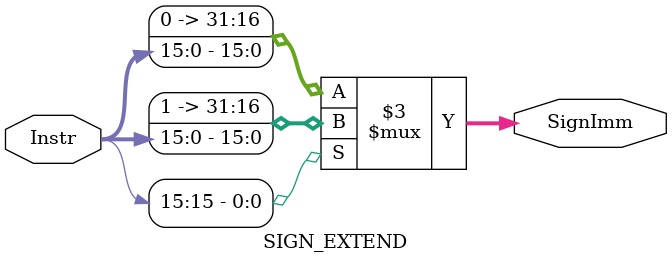
<source format=v>
/*
- Owner : Omar Salah ELDIN
- Name  : SIGN_EXTEND.v
- Description : SIGN_EXTEND module paramitized that check last bit from input 
                ,if (last bit==0) extend the input to 32 bits with (16'b0)
                else  extend the input to 32 bits with (16'hFFFF)
*/
module  SIGN_EXTEND #(parameter INPUT_DATA=16,
                                OUTPUT_DATA=32)
(
input     wire    [INPUT_DATA-1:0]    Instr,
output    reg     [OUTPUT_DATA-1:0]   SignImm
);

always  @ (*)
begin
  if(Instr[INPUT_DATA-1])
    begin
      SignImm={{16{1'b1}},Instr};
    end
  else
    begin
      SignImm={{16{1'b0}},Instr};
    end  
  end
endmodule
</source>
